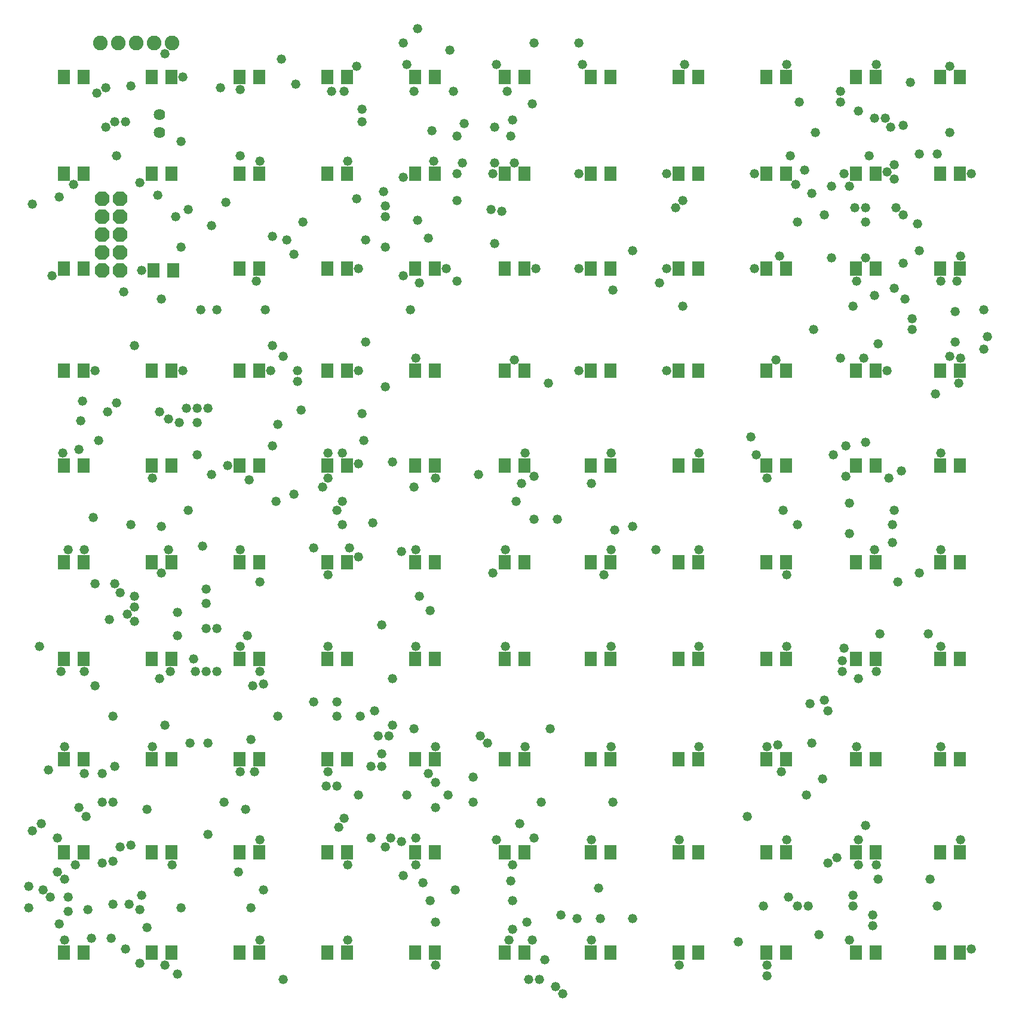
<source format=gbs>
G75*
G70*
%OFA0B0*%
%FSLAX24Y24*%
%IPPOS*%
%LPD*%
%AMOC8*
5,1,8,0,0,1.08239X$1,22.5*
%
%ADD10OC8,0.0820*%
%ADD11C,0.0820*%
%ADD12C,0.0640*%
%ADD13R,0.0710X0.0790*%
%ADD14C,0.0520*%
D10*
X006184Y042602D03*
X006184Y043602D03*
X006184Y044602D03*
X006184Y045602D03*
X006184Y046602D03*
X007184Y046602D03*
X007184Y045602D03*
X007184Y044602D03*
X007184Y043602D03*
X007184Y042602D03*
D11*
X007084Y055302D03*
X008084Y055302D03*
X009084Y055302D03*
X010084Y055302D03*
X006084Y055302D03*
D12*
X009384Y051302D03*
X009384Y050302D03*
D13*
X004024Y004502D03*
X005144Y004502D03*
X008924Y004502D03*
X010044Y004502D03*
X013824Y004502D03*
X014944Y004502D03*
X018724Y004502D03*
X019844Y004502D03*
X023624Y004502D03*
X024744Y004502D03*
X028624Y004502D03*
X029744Y004502D03*
X033424Y004502D03*
X034544Y004502D03*
X038324Y004502D03*
X039444Y004502D03*
X043224Y004502D03*
X044344Y004502D03*
X048224Y004502D03*
X049344Y004502D03*
X052924Y004502D03*
X054044Y004502D03*
X054044Y010102D03*
X052924Y010102D03*
X049344Y010102D03*
X048224Y010102D03*
X044344Y010102D03*
X043224Y010102D03*
X039444Y010102D03*
X038324Y010102D03*
X034544Y010102D03*
X033424Y010102D03*
X029744Y010102D03*
X028624Y010102D03*
X024744Y010102D03*
X023624Y010102D03*
X019844Y010102D03*
X018724Y010102D03*
X014944Y010102D03*
X013824Y010102D03*
X010044Y010102D03*
X008924Y010102D03*
X005144Y010102D03*
X004024Y010102D03*
X004024Y015302D03*
X005144Y015302D03*
X008924Y015302D03*
X010044Y015302D03*
X013824Y015302D03*
X014944Y015302D03*
X018724Y015302D03*
X019844Y015302D03*
X023624Y015302D03*
X024744Y015302D03*
X028624Y015302D03*
X029744Y015302D03*
X033424Y015302D03*
X034544Y015302D03*
X038324Y015302D03*
X039444Y015302D03*
X043224Y015302D03*
X044344Y015302D03*
X048224Y015302D03*
X049344Y015302D03*
X052924Y015302D03*
X054044Y015302D03*
X054044Y020902D03*
X052924Y020902D03*
X049344Y020902D03*
X048224Y020902D03*
X044344Y020902D03*
X043224Y020902D03*
X039444Y020902D03*
X038324Y020902D03*
X034544Y020902D03*
X033424Y020902D03*
X029744Y020902D03*
X028624Y020902D03*
X024744Y020902D03*
X023624Y020902D03*
X019844Y020902D03*
X018724Y020902D03*
X014944Y020902D03*
X013824Y020902D03*
X010044Y020902D03*
X008924Y020902D03*
X005144Y020902D03*
X004024Y020902D03*
X004024Y026302D03*
X005144Y026302D03*
X008924Y026302D03*
X010044Y026302D03*
X013824Y026302D03*
X014944Y026302D03*
X018724Y026302D03*
X019844Y026302D03*
X023624Y026302D03*
X024744Y026302D03*
X028624Y026302D03*
X029744Y026302D03*
X033424Y026302D03*
X034544Y026302D03*
X038324Y026302D03*
X039444Y026302D03*
X043224Y026302D03*
X044344Y026302D03*
X048224Y026302D03*
X049344Y026302D03*
X052924Y026302D03*
X054044Y026302D03*
X054044Y031702D03*
X052924Y031702D03*
X049344Y031702D03*
X048224Y031702D03*
X044344Y031702D03*
X043224Y031702D03*
X039444Y031702D03*
X038324Y031702D03*
X034544Y031702D03*
X033424Y031702D03*
X029744Y031702D03*
X028624Y031702D03*
X024744Y031702D03*
X023624Y031702D03*
X019844Y031702D03*
X018724Y031702D03*
X014944Y031702D03*
X013824Y031702D03*
X010044Y031702D03*
X008924Y031702D03*
X005144Y031702D03*
X004024Y031702D03*
X004024Y037002D03*
X005144Y037002D03*
X008924Y037002D03*
X010044Y037002D03*
X013824Y037002D03*
X014944Y037002D03*
X018724Y037002D03*
X019844Y037002D03*
X023624Y037002D03*
X024744Y037002D03*
X028624Y037002D03*
X029744Y037002D03*
X033424Y037002D03*
X034544Y037002D03*
X038324Y037002D03*
X039444Y037002D03*
X043224Y037002D03*
X044344Y037002D03*
X048224Y037002D03*
X049344Y037002D03*
X052924Y037002D03*
X054044Y037002D03*
X054044Y042702D03*
X052924Y042702D03*
X049344Y042702D03*
X048224Y042702D03*
X044344Y042702D03*
X043224Y042702D03*
X039444Y042702D03*
X038324Y042702D03*
X034544Y042702D03*
X033424Y042702D03*
X029744Y042702D03*
X028624Y042702D03*
X024744Y042702D03*
X023624Y042702D03*
X019844Y042702D03*
X018724Y042702D03*
X014944Y042702D03*
X013824Y042702D03*
X010144Y042602D03*
X009024Y042602D03*
X005144Y042702D03*
X004024Y042702D03*
X004024Y048002D03*
X005144Y048002D03*
X008924Y048002D03*
X010044Y048002D03*
X013824Y048002D03*
X014944Y048002D03*
X018724Y048002D03*
X019844Y048002D03*
X023624Y048002D03*
X024744Y048002D03*
X028624Y048002D03*
X029744Y048002D03*
X033424Y048002D03*
X034544Y048002D03*
X038324Y048002D03*
X039444Y048002D03*
X043224Y048002D03*
X044344Y048002D03*
X048224Y048002D03*
X049344Y048002D03*
X052924Y048002D03*
X054044Y048002D03*
X054044Y053402D03*
X052924Y053402D03*
X049344Y053402D03*
X048224Y053402D03*
X044344Y053402D03*
X043224Y053402D03*
X039444Y053402D03*
X038324Y053402D03*
X034544Y053402D03*
X033424Y053402D03*
X029744Y053402D03*
X028624Y053402D03*
X024744Y053402D03*
X023624Y053402D03*
X019844Y053402D03*
X018724Y053402D03*
X014944Y053402D03*
X013824Y053402D03*
X010044Y053402D03*
X008924Y053402D03*
X005144Y053402D03*
X004024Y053402D03*
D14*
X005884Y052502D03*
X006384Y052802D03*
X007784Y052902D03*
X007484Y050902D03*
X006884Y050902D03*
X006384Y050602D03*
X006984Y049002D03*
X008284Y047502D03*
X009284Y046802D03*
X010284Y045602D03*
X010984Y046002D03*
X012284Y045102D03*
X013084Y046402D03*
X014984Y048702D03*
X013884Y049002D03*
X010584Y049802D03*
X012784Y052802D03*
X013884Y052702D03*
X016184Y054402D03*
X016984Y053002D03*
X018984Y052602D03*
X019684Y052602D03*
X020684Y051602D03*
X020684Y050902D03*
X019884Y048702D03*
X020384Y046602D03*
X021884Y047002D03*
X021984Y046202D03*
X021984Y045602D03*
X020884Y044302D03*
X021984Y043902D03*
X022984Y042302D03*
X023884Y041902D03*
X023384Y040402D03*
X025384Y042702D03*
X025984Y042002D03*
X024384Y044402D03*
X023784Y045402D03*
X025984Y046502D03*
X025984Y048002D03*
X026284Y048602D03*
X025984Y050102D03*
X026384Y050802D03*
X028084Y050602D03*
X028984Y050102D03*
X029084Y051002D03*
X030184Y051902D03*
X028784Y052602D03*
X028184Y054102D03*
X030284Y055302D03*
X032784Y055302D03*
X032984Y054102D03*
X038684Y054102D03*
X044384Y054102D03*
X045084Y052002D03*
X045984Y050302D03*
X044584Y049002D03*
X045384Y048202D03*
X044884Y047402D03*
X045784Y046902D03*
X046884Y047302D03*
X047584Y048002D03*
X047884Y047302D03*
X048184Y046102D03*
X048784Y046102D03*
X048784Y045302D03*
X050484Y046102D03*
X050884Y045702D03*
X051684Y045202D03*
X051784Y043702D03*
X050884Y043002D03*
X050384Y041602D03*
X050984Y041002D03*
X051384Y039902D03*
X051384Y039302D03*
X049484Y038502D03*
X048684Y037702D03*
X049984Y037002D03*
X047384Y037702D03*
X045884Y039302D03*
X048084Y040602D03*
X049284Y041202D03*
X048284Y042002D03*
X048784Y043302D03*
X046884Y043302D03*
X046484Y045702D03*
X044984Y045302D03*
X043984Y043402D03*
X042584Y042702D03*
X038584Y040602D03*
X037284Y041902D03*
X037684Y042702D03*
X035784Y043702D03*
X034684Y041502D03*
X032784Y042702D03*
X030384Y042702D03*
X028084Y044102D03*
X028484Y045902D03*
X027884Y046002D03*
X027984Y048002D03*
X028084Y048602D03*
X029184Y048602D03*
X032784Y048002D03*
X037684Y048002D03*
X038584Y046502D03*
X038184Y046102D03*
X042584Y048002D03*
X047384Y052002D03*
X047384Y052602D03*
X048384Y051502D03*
X049284Y051102D03*
X049884Y051102D03*
X050184Y050602D03*
X050884Y050702D03*
X051784Y049102D03*
X052784Y049102D03*
X053484Y050302D03*
X054684Y048002D03*
X050384Y047702D03*
X049984Y048102D03*
X050384Y048502D03*
X048984Y049002D03*
X051284Y053102D03*
X049384Y054102D03*
X053484Y054002D03*
X054084Y043402D03*
X053884Y042002D03*
X052984Y042002D03*
X053784Y040302D03*
X055384Y040402D03*
X055584Y038902D03*
X055384Y038202D03*
X054084Y037702D03*
X053484Y037802D03*
X053784Y038602D03*
X053984Y036302D03*
X052684Y035702D03*
X052984Y032402D03*
X050784Y031402D03*
X050084Y031002D03*
X050384Y029202D03*
X050284Y028402D03*
X050284Y027402D03*
X049284Y027002D03*
X047884Y027902D03*
X047884Y029602D03*
X047684Y031102D03*
X046984Y032302D03*
X047684Y032802D03*
X048784Y033002D03*
X044184Y029202D03*
X044984Y028402D03*
X043284Y031002D03*
X042684Y032302D03*
X042384Y033302D03*
X039484Y032402D03*
X035784Y028302D03*
X034784Y028102D03*
X034584Y027002D03*
X034184Y025602D03*
X037084Y027002D03*
X039484Y027002D03*
X044384Y025602D03*
X044384Y021602D03*
X046484Y018602D03*
X046684Y018002D03*
X045684Y018402D03*
X045784Y016202D03*
X044084Y014602D03*
X043884Y016102D03*
X043284Y016002D03*
X045484Y013302D03*
X046384Y014202D03*
X048284Y016002D03*
X048384Y019802D03*
X047484Y020202D03*
X047484Y020802D03*
X047584Y021502D03*
X049584Y022302D03*
X049384Y020202D03*
X052284Y022302D03*
X052984Y021602D03*
X050584Y025202D03*
X051784Y025702D03*
X052984Y027002D03*
X052984Y016002D03*
X048784Y011602D03*
X048384Y010802D03*
X048384Y009402D03*
X049384Y009402D03*
X049484Y008602D03*
X048084Y007702D03*
X048084Y007102D03*
X049184Y006602D03*
X049184Y006002D03*
X047884Y005202D03*
X046184Y005502D03*
X045584Y007102D03*
X044984Y007102D03*
X044484Y007602D03*
X043084Y007102D03*
X041684Y005102D03*
X043284Y003802D03*
X043284Y003202D03*
X038384Y003802D03*
X035784Y006402D03*
X033984Y006402D03*
X032684Y006402D03*
X031784Y006602D03*
X030184Y005202D03*
X029884Y006202D03*
X029084Y005802D03*
X028884Y005202D03*
X029084Y007402D03*
X028984Y008502D03*
X029084Y009402D03*
X028184Y010802D03*
X029484Y011702D03*
X030284Y010902D03*
X030684Y012902D03*
X033484Y010802D03*
X034684Y012902D03*
X034584Y016002D03*
X031184Y017002D03*
X029784Y016002D03*
X027684Y016202D03*
X027284Y016602D03*
X026884Y014302D03*
X026884Y012902D03*
X025484Y013302D03*
X024784Y014002D03*
X024384Y014502D03*
X024784Y016002D03*
X023584Y017002D03*
X022384Y017202D03*
X022184Y016602D03*
X021584Y016602D03*
X021784Y015602D03*
X021784Y014902D03*
X021184Y014902D03*
X020484Y013302D03*
X019284Y013802D03*
X018684Y013802D03*
X018784Y014602D03*
X019684Y012002D03*
X019384Y011502D03*
X021184Y010902D03*
X021984Y010402D03*
X022284Y010902D03*
X022884Y010702D03*
X023684Y010902D03*
X023684Y009402D03*
X022984Y008802D03*
X024084Y008402D03*
X024484Y007402D03*
X024784Y006202D03*
X025884Y008002D03*
X024784Y003802D03*
X019884Y005202D03*
X016284Y003002D03*
X014984Y005202D03*
X014484Y007002D03*
X015184Y008002D03*
X013784Y009002D03*
X014984Y010802D03*
X014184Y012502D03*
X012984Y012902D03*
X013884Y014602D03*
X014684Y014602D03*
X014484Y016402D03*
X015984Y017702D03*
X015184Y019502D03*
X014584Y019402D03*
X014984Y020202D03*
X013884Y021602D03*
X014284Y022202D03*
X012584Y022602D03*
X011984Y022602D03*
X011984Y024002D03*
X011984Y024802D03*
X010384Y023502D03*
X010384Y022202D03*
X011284Y020902D03*
X011384Y020202D03*
X011984Y020202D03*
X012584Y020202D03*
X009984Y020202D03*
X009384Y019802D03*
X009684Y017202D03*
X008984Y016002D03*
X011084Y016202D03*
X012084Y016202D03*
X008684Y012502D03*
X007784Y010502D03*
X007184Y010402D03*
X006784Y009602D03*
X006184Y009502D03*
X004684Y009402D03*
X004084Y008602D03*
X003684Y009002D03*
X002884Y008002D03*
X003284Y007602D03*
X004284Y007602D03*
X004284Y006802D03*
X003784Y006102D03*
X004084Y005202D03*
X005584Y005302D03*
X006684Y005302D03*
X007484Y004702D03*
X008284Y003902D03*
X009684Y003802D03*
X010384Y003302D03*
X008684Y005902D03*
X008284Y006902D03*
X007684Y007202D03*
X008384Y007702D03*
X006784Y007202D03*
X005384Y006902D03*
X002084Y007002D03*
X002084Y008202D03*
X003684Y010902D03*
X002784Y011702D03*
X002284Y011302D03*
X004884Y012602D03*
X005284Y012102D03*
X006184Y012902D03*
X006784Y012902D03*
X006184Y014502D03*
X006884Y014902D03*
X005184Y014502D03*
X004084Y016002D03*
X003184Y014702D03*
X006784Y017702D03*
X005784Y019402D03*
X005184Y020202D03*
X003884Y020202D03*
X002684Y021602D03*
X005784Y025102D03*
X006884Y025102D03*
X007184Y024602D03*
X007984Y024402D03*
X007984Y023802D03*
X007584Y023402D03*
X007984Y023002D03*
X006584Y023102D03*
X009484Y025702D03*
X009884Y027002D03*
X009484Y028302D03*
X007784Y028402D03*
X005684Y028802D03*
X005184Y027002D03*
X004284Y027002D03*
X008984Y031002D03*
X010984Y029202D03*
X011784Y027202D03*
X013884Y027002D03*
X014984Y025202D03*
X017984Y027102D03*
X019584Y028402D03*
X019284Y029202D03*
X019584Y029702D03*
X018484Y030502D03*
X018784Y031002D03*
X018784Y032402D03*
X019584Y032402D03*
X020484Y031802D03*
X020784Y033102D03*
X020684Y034602D03*
X021984Y036102D03*
X020484Y037002D03*
X020884Y038602D03*
X023684Y037702D03*
X020484Y042702D03*
X017384Y045302D03*
X016484Y044302D03*
X015684Y044502D03*
X016884Y043502D03*
X014784Y042002D03*
X015284Y040402D03*
X015684Y038402D03*
X016284Y037802D03*
X017084Y037002D03*
X017084Y036402D03*
X017284Y034802D03*
X015984Y034002D03*
X015684Y032802D03*
X014384Y030902D03*
X013184Y031702D03*
X012284Y031202D03*
X011484Y032302D03*
X011484Y034102D03*
X011484Y034902D03*
X012084Y034902D03*
X010884Y034902D03*
X010484Y034102D03*
X009884Y034302D03*
X009384Y034702D03*
X006984Y035202D03*
X006484Y034702D03*
X005084Y035302D03*
X004984Y034202D03*
X005984Y033102D03*
X004884Y032602D03*
X003984Y032402D03*
X005784Y037002D03*
X007984Y038402D03*
X009484Y041002D03*
X008384Y042602D03*
X007384Y041402D03*
X010584Y043902D03*
X011684Y040402D03*
X012584Y040402D03*
X010684Y037002D03*
X015584Y037002D03*
X016884Y030102D03*
X015884Y029702D03*
X019984Y027102D03*
X020484Y026602D03*
X018784Y025602D03*
X021284Y028502D03*
X022884Y026902D03*
X023684Y027002D03*
X023884Y024402D03*
X024484Y023602D03*
X023684Y021602D03*
X022384Y019802D03*
X021384Y018002D03*
X020584Y017702D03*
X019284Y017702D03*
X019284Y018502D03*
X017984Y018502D03*
X018784Y021602D03*
X021784Y022802D03*
X027984Y025702D03*
X028684Y027002D03*
X030284Y028702D03*
X031584Y028702D03*
X029284Y029702D03*
X029584Y030702D03*
X030284Y031102D03*
X029784Y032402D03*
X027184Y031202D03*
X024784Y031002D03*
X023584Y030502D03*
X022384Y031902D03*
X029184Y037602D03*
X031084Y036302D03*
X032784Y037002D03*
X034584Y032402D03*
X033484Y030702D03*
X037684Y037002D03*
X043784Y037602D03*
X039484Y021602D03*
X034584Y021602D03*
X028684Y021602D03*
X023184Y013302D03*
X024784Y012602D03*
X019884Y009402D03*
X012084Y011102D03*
X010084Y009402D03*
X010584Y007002D03*
X029984Y003002D03*
X030584Y003002D03*
X031484Y002602D03*
X031884Y002202D03*
X030884Y004102D03*
X033484Y005202D03*
X033884Y008102D03*
X038384Y010802D03*
X042184Y012102D03*
X044384Y010802D03*
X046684Y009502D03*
X047184Y009802D03*
X052384Y008602D03*
X052784Y007102D03*
X054684Y004702D03*
X054084Y010802D03*
X039484Y016002D03*
X022984Y047802D03*
X024684Y048702D03*
X024584Y050402D03*
X023584Y052602D03*
X023184Y054102D03*
X022984Y055302D03*
X023784Y056102D03*
X025584Y054902D03*
X025784Y052602D03*
X020384Y054002D03*
X010684Y053402D03*
X009684Y054702D03*
X004584Y047402D03*
X003784Y046702D03*
X002284Y046302D03*
X003384Y042302D03*
M02*

</source>
